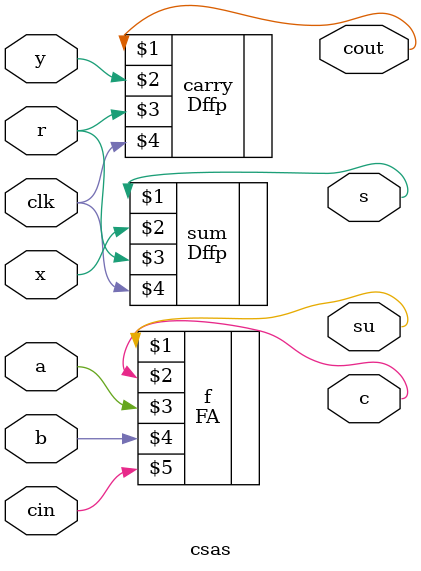
<source format=v>
module csas(s,cout,su,c,x,y,a,b,cin,r,clk);
  input a,b,cin,r,x,y,clk;
  output s,cout,su,c;
  FA f(su,c,a,b,cin);
  Dffp sum(s,x,r,clk);
  Dffp carry(cout,y,r,clk);
endmodule
  
  

</source>
